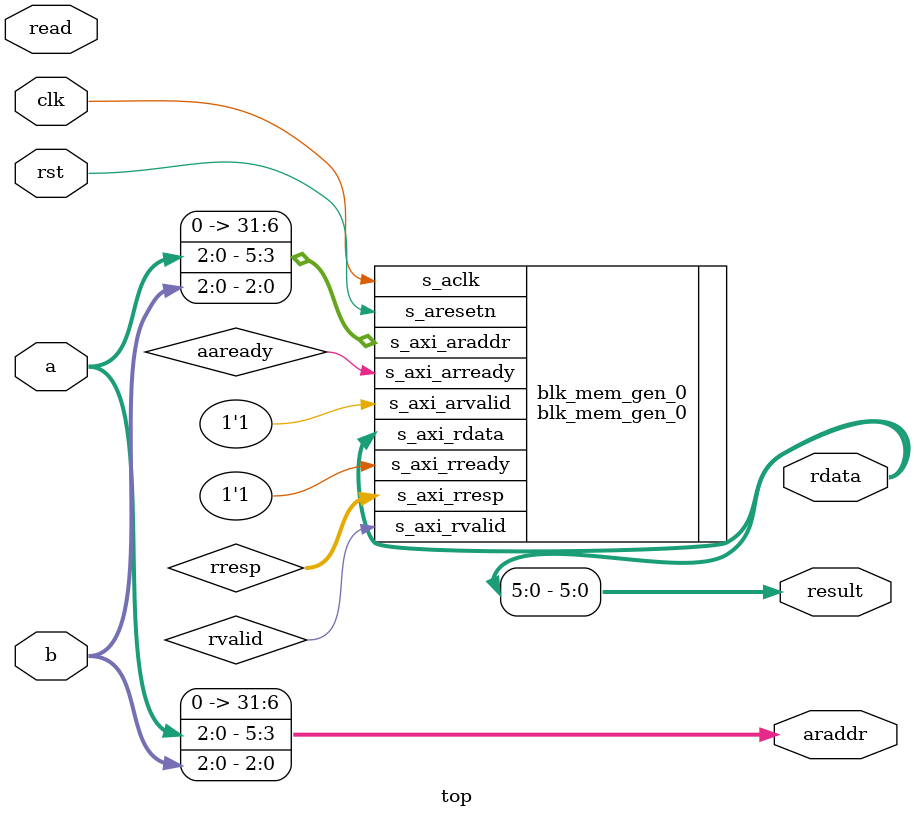
<source format=v>
`timescale 1ns / 100ps

module top(
	input clk,
	input rst,
	input [2:0] a,
	input [2:0] b,
	input read,

	output [5:0] result,
	output [31:0] rdata,
	output [31:0] araddr
	);

	//registers and wires
	wire rvalid;
	wire [1:0] rresp;
	wire aaready;
	wire [31:0] araddr;

	assign araddr = {26'b0, a, b};
	assign result = rdata[5:0];


blk_mem_gen_0 blk_mem_gen_0 (
  //.rsta_busy(rsta_busy),          // output wire rsta_busy -- Noa "can write values directly"
  //.rstb_busy(rstb_busy),          // output wire rstb_busy
  .s_aclk(clk),                // input wire s_aclk
  .s_aresetn(rst),          // input wire s_aresetn
  //.s_axi_awaddr(32'b0),    // input wire [31 : 0] s_axi_awaddr  
  //.s_axi_awvalid(1'b0),  // input wire s_axi_awvalid
  //.s_axi_awready(s_axi_awready),  // output wire s_axi_awready
  //.s_axi_wdata(32'b0),      // input wire [31 : 0] s_axi_wdata
  //.s_axi_wstrb(4'b0),      // input wire [3 : 0] s_axi_wstrb
  //.s_axi_wvalid(1'b0),    // input wire s_axi_wvalid
  //.s_axi_wready(s_axi_wready),    // output wire s_axi_wready
  //.s_axi_bresp(s_axi_bresp),      // output wire [1 : 0] s_axi_bresp
  //.s_axi_bvalid(s_axi_bvalid),    // output wire s_axi_bvalid s_a

  .s_axi_araddr(araddr),    // input wire [31 : 0] s_axi_araddr --- {26'b0, a, b}
  .s_axi_arvalid(1'b1),  // input wire s_axi_arvalid
  .s_axi_arready(aaready),  // output wire s_axi_arready
  .s_axi_rdata(rdata),      // output wire [31 : 0] s_axi_rdata ---- 
  .s_axi_rresp(rresp),      // output wire [1 : 0] s_axi_rresp
  .s_axi_rvalid(rvalid),    // output wire s_axi_rvalid
  .s_axi_rready(1'b1)     // input wire s_axi_rready
);

endmodule

</source>
